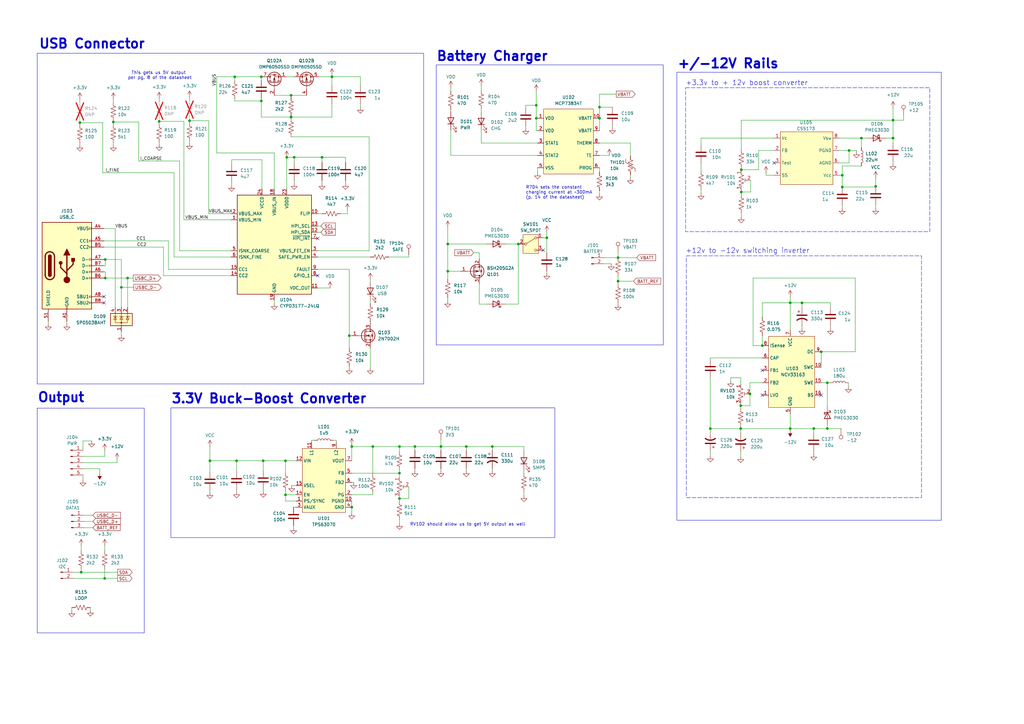
<source format=kicad_sch>
(kicad_sch (version 20231120) (generator "eeschema") (generator_version "8.0")
  (paper "A3")
  (title_block (title "USB-C/Battery Synth PSU") (rev "5") (company "Hayden Setlik"))
  (junction (at 170.18 183.134))
  (junction (at 49.784 117.856))
  (junction (at 336.804 144.272))
  (junction (at 304.038 78.74))
  (junction (at 97.028 188.976))
  (junction (at 43.18 114.046))
  (junction (at 307.594 161.544))
  (junction (at 328.93 124.206))
  (junction (at 32.766 50.292))
  (junction (at 245.872 43.942))
  (junction (at 201.93 183.134))
  (junction (at 96.266 31.496))
  (junction (at 253.492 115.316))
  (junction (at 144.272 208.026))
  (junction (at 163.83 204.47))
  (junction (at 77.724 49.53))
  (junction (at 107.188 41.402))
  (junction (at 212.598 100.076))
  (junction (at 224.282 97.536))
  (junction (at 303.784 175.768))
  (junction (at 152.908 183.134))
  (junction (at 46.482 50.038))
  (junction (at 339.344 175.768))
  (junction (at 345.44 71.882))
  (junction (at 143.256 137.668))
  (junction (at 136.144 31.496))
  (junction (at 333.756 175.768))
  (junction (at 117.094 202.946))
  (junction (at 33.274 234.696))
  (junction (at 117.602 64.516))
  (junction (at 119.38 48.006))
  (junction (at 52.324 114.046))
  (junction (at 359.156 76.454))
  (junction (at 119.38 39.116))
  (junction (at 163.83 194.056))
  (junction (at 117.094 188.976))
  (junction (at 339.344 156.972))
  (junction (at 366.268 49.276))
  (junction (at 366.268 56.642))
  (junction (at 348.234 61.722))
  (junction (at 303.784 166.37))
  (junction (at 107.95 188.976))
  (junction (at 312.674 141.732))
  (junction (at 163.83 183.134))
  (junction (at 304.038 69.596))
  (junction (at 353.314 56.642))
  (junction (at 291.338 175.768))
  (junction (at 324.104 124.206))
  (junction (at 43.18 106.426))
  (junction (at 245.872 48.514))
  (junction (at 86.106 188.976))
  (junction (at 65.278 49.784))
  (junction (at 253.492 105.664))
  (junction (at 324.104 175.768))
  (junction (at 183.642 111.252))
  (junction (at 219.964 48.514))
  (junction (at 345.44 76.708))
  (junction (at 42.926 237.236))
  (junction (at 183.642 100.076))
  (junction (at 219.964 43.18))
  (junction (at 107.188 31.496))
  (junction (at 120.65 64.516))
  (junction (at 191.262 183.134))
  (junction (at 180.848 183.134))
  (junction (at 132.08 64.516))
  (junction (at 144.272 183.134))
  (no_connect (at 222.758 102.616))
  (no_connect (at 42.672 121.666))
  (no_connect (at 312.674 151.892))
  (no_connect (at 42.672 124.206))
  (no_connect (at 336.804 162.052))
  (no_connect (at 130.302 113.03))
  (no_connect (at 312.674 162.052))
  (no_connect (at 317.5 66.802))
  (no_connect (at 130.302 97.79))
  (wire (pts (xy 163.83 203.454) (xy 163.83 204.47)))
  (wire (pts (xy 201.93 184.658) (xy 201.93 183.134)))
  (wire (pts (xy 304.038 78.74) (xy 304.038 79.756)))
  (wire (pts (xy 340.614 124.206) (xy 340.614 125.984)))
  (wire (pts (xy 33.274 223.774) (xy 33.274 225.806)))
  (wire (pts (xy 96.266 41.402) (xy 107.188 41.402)))
  (wire (pts (xy 328.93 124.206) (xy 340.614 124.206)))
  (wire (pts (xy 47.244 93.726) (xy 47.244 125.984)))
  (wire (pts (xy 212.598 100.076) (xy 212.598 124.714)))
  (wire (pts (xy 163.83 192.786) (xy 163.83 194.056)))
  (wire (pts (xy 130.302 92.71) (xy 131.572 92.71)))
  (wire (pts (xy 215.646 51.816) (xy 215.646 52.578)))
  (wire (pts (xy 32.766 50.292) (xy 32.766 51.054)))
  (wire (pts (xy 212.598 124.714) (xy 207.264 124.714)))
  (wire (pts (xy 339.344 156.972) (xy 340.36 156.972)))
  (wire (pts (xy 112.522 77.47) (xy 112.522 62.738)))
  (wire (pts (xy 86.106 183.134) (xy 86.106 188.976)))
  (wire (pts (xy 324.104 124.206) (xy 324.104 135.382)))
  (wire (pts (xy 119.38 47.498) (xy 119.38 48.006)))
  (wire (pts (xy 345.44 76.708) (xy 345.44 71.882)))
  (wire (pts (xy 299.72 154.94) (xy 299.72 156.21)))
  (wire (pts (xy 304.038 49.276) (xy 366.268 49.276)))
  (wire (pts (xy 339.344 175.768) (xy 333.756 175.768)))
  (wire (pts (xy 96.266 40.64) (xy 96.266 41.402)))
  (wire (pts (xy 344.17 56.642) (xy 353.314 56.642)))
  (wire (pts (xy 32.766 50.292) (xy 42.164 50.292)))
  (wire (pts (xy 183.642 122.174) (xy 183.642 123.444)))
  (wire (pts (xy 287.528 67.056) (xy 287.528 70.104)))
  (wire (pts (xy 42.164 70.866) (xy 71.374 70.866)))
  (wire (pts (xy 353.314 56.642) (xy 355.6 56.642)))
  (wire (pts (xy 340.614 133.604) (xy 340.614 134.62)))
  (wire (pts (xy 314.198 70.866) (xy 314.198 71.882)))
  (wire (pts (xy 112.522 39.116) (xy 119.38 39.116)))
  (wire (pts (xy 77.724 57.912) (xy 77.724 58.674)))
  (wire (pts (xy 215.646 44.196) (xy 215.646 43.18)))
  (wire (pts (xy 222.758 97.536) (xy 224.282 97.536)))
  (wire (pts (xy 253.492 105.664) (xy 261.112 105.664)))
  (wire (pts (xy 353.314 68.072) (xy 345.44 68.072)))
  (wire (pts (xy 144.272 205.486) (xy 144.272 208.026)))
  (wire (pts (xy 34.29 213.868) (xy 38.1 213.868)))
  (wire (pts (xy 291.338 147.32) (xy 291.338 146.812)))
  (wire (pts (xy 245.872 43.942) (xy 251.206 43.942)))
  (wire (pts (xy 147.828 35.052) (xy 147.828 31.496)))
  (wire (pts (xy 67.056 113.03) (xy 67.056 101.346)))
  (wire (pts (xy 344.17 71.882) (xy 345.44 71.882)))
  (wire (pts (xy 52.324 125.984) (xy 52.324 114.046)))
  (wire (pts (xy 207.264 100.076) (xy 212.598 100.076)))
  (wire (pts (xy 37.084 249.174) (xy 37.084 250.19)))
  (wire (pts (xy 197.358 35.052) (xy 197.358 37.084)))
  (wire (pts (xy 307.848 73.914) (xy 307.848 78.74)))
  (wire (pts (xy 170.18 183.134) (xy 163.83 183.134)))
  (wire (pts (xy 324.104 175.768) (xy 324.104 176.53)))
  (wire (pts (xy 32.766 58.674) (xy 32.766 59.436)))
  (wire (pts (xy 97.028 188.976) (xy 107.95 188.976)))
  (wire (pts (xy 143.256 150.368) (xy 143.256 150.876)))
  (wire (pts (xy 312.674 130.048) (xy 312.674 124.206)))
  (wire (pts (xy 184.912 53.34) (xy 184.912 63.754)))
  (wire (pts (xy 183.642 100.076) (xy 199.644 100.076)))
  (wire (pts (xy 136.652 180.594) (xy 137.922 180.594)))
  (wire (pts (xy 43.18 114.046) (xy 42.672 114.046)))
  (wire (pts (xy 214.884 201.676) (xy 214.884 203.2)))
  (wire (pts (xy 253.492 124.206) (xy 253.492 124.714)))
  (wire (pts (xy 77.724 49.53) (xy 77.724 50.292)))
  (wire (pts (xy 366.268 49.276) (xy 366.268 56.642)))
  (wire (pts (xy 258.572 71.628) (xy 258.572 72.898)))
  (wire (pts (xy 312.674 156.972) (xy 307.594 156.972)))
  (wire (pts (xy 73.66 102.87) (xy 73.66 66.04)))
  (wire (pts (xy 370.586 49.276) (xy 366.268 49.276)))
  (wire (pts (xy 247.65 108.204) (xy 250.698 108.204)))
  (wire (pts (xy 152.908 183.134) (xy 144.272 183.134)))
  (wire (pts (xy 27.432 131.826) (xy 27.432 132.842)))
  (wire (pts (xy 119.38 48.006) (xy 119.38 48.514)))
  (wire (pts (xy 42.672 106.426) (xy 43.18 106.426)))
  (wire (pts (xy 65.278 49.784) (xy 65.278 50.8)))
  (wire (pts (xy 151.892 123.19) (xy 151.892 124.46)))
  (wire (pts (xy 32.766 49.53) (xy 32.766 50.292)))
  (wire (pts (xy 339.344 166.624) (xy 339.344 156.972)))
  (wire (pts (xy 180.848 192.278) (xy 180.848 193.04)))
  (wire (pts (xy 46.482 58.674) (xy 46.482 59.436)))
  (wire (pts (xy 49.784 117.856) (xy 49.784 106.426)))
  (wire (pts (xy 245.872 78.232) (xy 245.872 79.502)))
  (wire (pts (xy 107.188 31.496) (xy 107.442 31.496)))
  (wire (pts (xy 96.266 31.496) (xy 107.188 31.496)))
  (wire (pts (xy 291.338 175.768) (xy 303.784 175.768)))
  (wire (pts (xy 127.762 180.594) (xy 127.762 181.356)))
  (wire (pts (xy 307.594 166.37) (xy 303.784 166.37)))
  (wire (pts (xy 251.206 51.562) (xy 251.206 52.324)))
  (wire (pts (xy 85.598 49.53) (xy 77.724 49.53)))
  (wire (pts (xy 304.038 68.834) (xy 304.038 69.596)))
  (wire (pts (xy 52.324 114.046) (xy 43.18 114.046)))
  (wire (pts (xy 42.672 93.726) (xy 47.244 93.726)))
  (wire (pts (xy 196.596 124.714) (xy 199.644 124.714)))
  (wire (pts (xy 142.494 87.63) (xy 142.494 86.106)))
  (wire (pts (xy 291.338 146.812) (xy 312.674 146.812)))
  (wire (pts (xy 151.892 114.554) (xy 151.892 115.57)))
  (wire (pts (xy 163.83 185.166) (xy 163.83 183.134)))
  (wire (pts (xy 304.038 69.596) (xy 304.038 70.104)))
  (wire (pts (xy 34.036 184.658) (xy 34.036 180.848)))
  (wire (pts (xy 307.594 156.972) (xy 307.594 161.544)))
  (wire (pts (xy 370.586 47.244) (xy 370.586 49.276)))
  (wire (pts (xy 130.302 118.11) (xy 135.382 118.11)))
  (wire (pts (xy 348.234 61.722) (xy 348.234 66.802)))
  (wire (pts (xy 43.18 106.426) (xy 43.18 108.966)))
  (wire (pts (xy 42.926 187.198) (xy 42.926 184.658)))
  (wire (pts (xy 344.932 175.768) (xy 339.344 175.768)))
  (wire (pts (xy 180.848 183.134) (xy 170.18 183.134)))
  (wire (pts (xy 77.724 39.878) (xy 77.724 41.148)))
  (wire (pts (xy 336.804 144.272) (xy 350.774 144.272)))
  (wire (pts (xy 73.66 66.04) (xy 56.896 66.04)))
  (wire (pts (xy 328.93 126.238) (xy 328.93 124.206)))
  (wire (pts (xy 224.282 97.536) (xy 224.282 103.632)))
  (wire (pts (xy 56.896 66.04) (xy 56.896 50.038)))
  (wire (pts (xy 151.384 102.87) (xy 130.302 102.87)))
  (wire (pts (xy 170.18 192.278) (xy 170.18 193.04)))
  (wire (pts (xy 32.766 40.64) (xy 32.766 41.91)))
  (wire (pts (xy 303.784 175.768) (xy 324.104 175.768)))
  (wire (pts (xy 304.038 87.376) (xy 304.038 88.9)))
  (wire (pts (xy 121.412 205.486) (xy 117.094 205.486)))
  (wire (pts (xy 344.17 61.722) (xy 348.234 61.722)))
  (wire (pts (xy 19.812 131.826) (xy 19.812 132.842)))
  (wire (pts (xy 245.872 68.834) (xy 245.872 70.612)))
  (wire (pts (xy 67.056 101.346) (xy 42.672 101.346)))
  (wire (pts (xy 42.926 237.236) (xy 48.26 237.236)))
  (wire (pts (xy 224.282 111.252) (xy 224.282 112.014)))
  (wire (pts (xy 97.028 188.976) (xy 97.028 193.294)))
  (wire (pts (xy 303.784 157.734) (xy 303.784 154.94)))
  (wire (pts (xy 94.996 74.93) (xy 94.996 75.946)))
  (wire (pts (xy 196.596 103.632) (xy 196.596 106.172)))
  (wire (pts (xy 333.756 185.166) (xy 333.756 186.182)))
  (wire (pts (xy 85.598 87.63) (xy 85.598 49.53)))
  (wire (pts (xy 117.094 202.946) (xy 121.412 202.946)))
  (wire (pts (xy 43.18 106.426) (xy 49.784 106.426)))
  (wire (pts (xy 287.528 59.436) (xy 287.528 56.642)))
  (wire (pts (xy 117.602 64.516) (xy 117.602 77.47)))
  (wire (pts (xy 112.522 62.738) (xy 88.9 62.738)))
  (wire (pts (xy 333.756 175.768) (xy 324.104 175.768)))
  (wire (pts (xy 183.642 93.218) (xy 183.642 100.076)))
  (wire (pts (xy 314.198 71.882) (xy 317.5 71.882)))
  (wire (pts (xy 117.094 201.422) (xy 117.094 202.946)))
  (wire (pts (xy 130.302 110.49) (xy 143.256 110.49)))
  (wire (pts (xy 350.774 144.272) (xy 350.774 114.046)))
  (wire (pts (xy 167.64 105.41) (xy 167.64 104.394)))
  (wire (pts (xy 144.272 202.946) (xy 152.908 202.946)))
  (wire (pts (xy 291.338 175.768) (xy 291.338 177.292)))
  (wire (pts (xy 65.278 49.276) (xy 65.278 49.784)))
  (wire (pts (xy 144.272 197.866) (xy 145.034 197.866)))
  (wire (pts (xy 152.908 194.564) (xy 152.908 183.134)))
  (wire (pts (xy 167.64 199.644) (xy 167.64 204.47)))
  (wire (pts (xy 151.384 56.134) (xy 151.384 102.87)))
  (wire (pts (xy 120.396 215.646) (xy 120.396 216.408)))
  (wire (pts (xy 311.15 69.596) (xy 304.038 69.596)))
  (wire (pts (xy 119.38 56.134) (xy 151.384 56.134)))
  (wire (pts (xy 183.642 100.076) (xy 183.642 111.252)))
  (wire (pts (xy 43.18 108.966) (xy 42.672 108.966)))
  (wire (pts (xy 363.22 56.642) (xy 366.268 56.642)))
  (wire (pts (xy 136.144 31.496) (xy 136.144 35.052)))
  (wire (pts (xy 94.996 67.31) (xy 94.996 65.532)))
  (wire (pts (xy 139.7 87.63) (xy 142.494 87.63)))
  (wire (pts (xy 317.5 61.722) (xy 311.15 61.722)))
  (wire (pts (xy 34.29 211.328) (xy 38.1 211.328)))
  (wire (pts (xy 196.596 116.332) (xy 196.596 124.714)))
  (wire (pts (xy 184.912 35.814) (xy 184.912 37.338)))
  (wire (pts (xy 29.972 237.236) (xy 42.926 237.236)))
  (wire (pts (xy 144.272 137.668) (xy 143.256 137.668)))
  (wire (pts (xy 65.278 58.42) (xy 65.278 59.182)))
  (wire (pts (xy 351.282 62.23) (xy 351.282 61.722)))
  (wire (pts (xy 353.314 56.642) (xy 353.314 60.452)))
  (wire (pts (xy 46.482 49.53) (xy 46.482 50.038)))
  (wire (pts (xy 130.81 31.496) (xy 136.144 31.496)))
  (wire (pts (xy 245.872 43.942) (xy 245.872 48.514)))
  (wire (pts (xy 291.338 184.912) (xy 291.338 186.944)))
  (wire (pts (xy 167.64 204.47) (xy 163.83 204.47)))
  (wire (pts (xy 359.156 76.454) (xy 359.156 76.708)))
  (wire (pts (xy 94.742 113.03) (xy 67.056 113.03)))
  (wire (pts (xy 191.262 183.134) (xy 180.848 183.134)))
  (wire (pts (xy 107.188 31.496) (xy 107.188 32.766)))
  (wire (pts (xy 308.864 114.046) (xy 308.864 141.732)))
  (wire (pts (xy 253.492 115.316) (xy 253.492 116.586)))
  (wire (pts (xy 86.106 188.976) (xy 86.106 193.548)))
  (wire (pts (xy 141.732 66.548) (xy 141.732 64.516)))
  (wire (pts (xy 201.93 183.134) (xy 191.262 183.134)))
  (wire (pts (xy 137.922 180.594) (xy 137.922 181.356)))
  (wire (pts (xy 94.742 87.63) (xy 85.598 87.63)))
  (wire (pts (xy 43.18 111.506) (xy 42.672 111.506)))
  (wire (pts (xy 194.31 103.632) (xy 196.596 103.632)))
  (wire (pts (xy 107.442 65.532) (xy 107.442 77.47)))
  (wire (pts (xy 184.912 63.754) (xy 220.472 63.754)))
  (wire (pts (xy 308.864 141.732) (xy 312.674 141.732)))
  (wire (pts (xy 88.9 31.496) (xy 88.9 62.738)))
  (wire (pts (xy 33.274 234.696) (xy 48.26 234.696)))
  (wire (pts (xy 159.512 105.41) (xy 167.64 105.41)))
  (wire (pts (xy 245.872 48.514) (xy 245.872 53.594)))
  (wire (pts (xy 69.088 110.49) (xy 69.088 98.806)))
  (wire (pts (xy 144.272 182.372) (xy 144.272 183.134)))
  (wire (pts (xy 94.742 102.87) (xy 73.66 102.87)))
  (wire (pts (xy 197.358 53.594) (xy 197.358 58.674)))
  (wire (pts (xy 107.188 48.006) (xy 107.188 41.402)))
  (wire (pts (xy 48.006 189.738) (xy 48.006 188.468)))
  (wire (pts (xy 117.094 188.976) (xy 121.412 188.976)))
  (wire (pts (xy 130.302 87.63) (xy 132.08 87.63)))
  (wire (pts (xy 312.674 137.668) (xy 312.674 141.732)))
  (wire (pts (xy 170.18 184.658) (xy 170.18 183.134)))
  (wire (pts (xy 324.104 169.672) (xy 324.104 175.768)))
  (wire (pts (xy 117.094 188.976) (xy 117.094 193.802)))
  (wire (pts (xy 258.572 58.674) (xy 258.572 64.008)))
  (wire (pts (xy 163.83 194.056) (xy 163.83 195.834)))
  (wire (pts (xy 253.492 115.316) (xy 259.842 115.316)))
  (wire (pts (xy 56.896 50.038) (xy 46.482 50.038)))
  (wire (pts (xy 54.61 114.046) (xy 52.324 114.046)))
  (wire (pts (xy 303.784 185.166) (xy 303.784 187.198)))
  (wire (pts (xy 46.482 40.64) (xy 46.482 41.91)))
  (wire (pts (xy 350.774 114.046) (xy 308.864 114.046)))
  (wire (pts (xy 253.492 103.378) (xy 253.492 105.664)))
  (wire (pts (xy 43.18 111.506) (xy 43.18 114.046)))
  (wire (pts (xy 143.256 137.668) (xy 143.256 142.748)))
  (wire (pts (xy 96.266 31.496) (xy 96.266 33.02)))
  (wire (pts (xy 247.65 105.664) (xy 253.492 105.664)))
  (wire (pts (xy 151.892 105.41) (xy 130.302 105.41)))
  (wire (pts (xy 348.234 66.802) (xy 344.17 66.802)))
  (wire (pts (xy 132.08 64.516) (xy 132.08 66.548)))
  (wire (pts (xy 224.282 95.25) (xy 224.282 97.536)))
  (wire (pts (xy 119.38 48.006) (xy 107.188 48.006)))
  (wire (pts (xy 214.884 183.134) (xy 201.93 183.134)))
  (wire (pts (xy 97.028 200.914) (xy 97.028 201.676)))
  (wire (pts (xy 29.972 234.696) (xy 33.274 234.696)))
  (wire (pts (xy 119.38 39.116) (xy 125.73 39.116)))
  (wire (pts (xy 75.438 49.784) (xy 65.278 49.784)))
  (wire (pts (xy 324.104 121.666) (xy 324.104 124.206)))
  (wire (pts (xy 49.784 117.856) (xy 54.864 117.856)))
  (wire (pts (xy 245.872 63.754) (xy 249.936 63.754)))
  (wire (pts (xy 107.95 200.66) (xy 107.95 201.422)))
  (wire (pts (xy 197.358 44.704) (xy 197.358 45.974)))
  (wire (pts (xy 347.98 156.972) (xy 347.98 158.496)))
  (wire (pts (xy 119.634 199.136) (xy 121.412 199.136)))
  (wire (pts (xy 345.44 76.708) (xy 359.156 76.708)))
  (wire (pts (xy 112.522 123.19) (xy 112.522 124.46)))
  (wire (pts (xy 188.976 111.252) (xy 183.642 111.252)))
  (wire (pts (xy 129.032 180.594) (xy 127.762 180.594)))
  (wire (pts (xy 33.274 233.426) (xy 33.274 234.696)))
  (wire (pts (xy 339.344 174.244) (xy 339.344 175.768)))
  (wire (pts (xy 130.302 95.25) (xy 131.572 95.25)))
  (wire (pts (xy 303.784 154.94) (xy 299.72 154.94)))
  (wire (pts (xy 184.912 44.958) (xy 184.912 45.72)))
  (wire (pts (xy 252.73 38.608) (xy 245.872 38.608)))
  (wire (pts (xy 94.996 65.532) (xy 107.442 65.532)))
  (wire (pts (xy 86.106 201.168) (xy 86.106 201.93)))
  (wire (pts (xy 120.396 208.026) (xy 121.412 208.026)))
  (wire (pts (xy 71.374 105.41) (xy 94.742 105.41)))
  (wire (pts (xy 141.732 74.168) (xy 141.732 75.184)))
  (wire (pts (xy 197.358 58.674) (xy 220.472 58.674)))
  (wire (pts (xy 191.262 192.278) (xy 191.262 193.04)))
  (wire (pts (xy 180.848 184.658) (xy 180.848 183.134)))
  (wire (pts (xy 147.828 31.496) (xy 136.144 31.496)))
  (wire (pts (xy 345.44 84.328) (xy 345.44 85.344)))
  (wire (pts (xy 312.674 124.206) (xy 324.104 124.206)))
  (wire (pts (xy 151.892 132.08) (xy 151.892 132.588)))
  (wire (pts (xy 219.964 53.594) (xy 220.472 53.594)))
  (wire (pts (xy 351.282 61.722) (xy 348.234 61.722)))
  (wire (pts (xy 291.338 154.94) (xy 291.338 175.768)))
  (wire (pts (xy 152.908 202.946) (xy 152.908 202.184)))
  (wire (pts (xy 215.646 43.18) (xy 219.964 43.18)))
  (wire (pts (xy 69.088 98.806) (xy 42.672 98.806)))
  (wire (pts (xy 136.144 42.672) (xy 136.144 48.006)))
  (wire (pts (xy 136.144 30.734) (xy 136.144 31.496)))
  (wire (pts (xy 345.44 68.072) (xy 345.44 71.882)))
  (wire (pts (xy 120.65 64.516) (xy 120.65 66.548)))
  (wire (pts (xy 220.472 68.834) (xy 220.472 70.866)))
  (wire (pts (xy 49.784 125.984) (xy 49.784 117.856)))
  (wire (pts (xy 307.848 78.74) (xy 304.038 78.74)))
  (wire (pts (xy 303.784 175.006) (xy 303.784 175.768)))
  (wire (pts (xy 34.036 194.818) (xy 34.036 196.85)))
  (wire (pts (xy 245.872 38.608) (xy 245.872 43.942)))
  (wire (pts (xy 214.884 194.056) (xy 214.884 192.786)))
  (wire (pts (xy 333.756 175.768) (xy 333.756 177.546)))
  (wire (pts (xy 219.964 37.338) (xy 219.964 43.18)))
  (wire (pts (xy 88.9 31.496) (xy 96.266 31.496)))
  (wire (pts (xy 163.83 183.134) (xy 152.908 183.134)))
  (wire (pts (xy 303.784 166.37) (xy 303.784 167.386)))
  (wire (pts (xy 253.492 113.284) (xy 253.492 115.316)))
  (wire (pts (xy 42.926 233.426) (xy 42.926 237.236)))
  (wire (pts (xy 303.784 175.768) (xy 303.784 177.546)))
  (wire (pts (xy 144.272 194.056) (xy 163.83 194.056)))
  (wire (pts (xy 219.964 48.514) (xy 219.964 53.594)))
  (wire (pts (xy 77.724 48.768) (xy 77.724 49.53)))
  (wire (pts (xy 117.602 31.496) (xy 120.65 31.496)))
  (wire (pts (xy 151.892 142.748) (xy 151.892 150.876)))
  (wire (pts (xy 366.268 66.294) (xy 366.268 67.056)))
  (wire (pts (xy 34.036 189.738) (xy 48.006 189.738)))
  (wire (pts (xy 336.804 144.272) (xy 336.804 150.622)))
  (wire (pts (xy 144.272 208.026) (xy 144.272 210.312)))
  (wire (pts (xy 34.036 180.848) (xy 37.592 180.848)))
  (wire (pts (xy 245.872 58.674) (xy 258.572 58.674)))
  (wire (pts (xy 132.08 74.168) (xy 132.08 75.184)))
  (wire (pts (xy 339.344 156.972) (xy 336.804 156.972)))
  (wire (pts (xy 219.964 48.514) (xy 220.472 48.514)))
  (wire (pts (xy 34.036 187.198) (xy 42.926 187.198)))
  (wire (pts (xy 75.438 49.784) (xy 75.438 90.17)))
  (wire (pts (xy 191.262 184.658) (xy 191.262 183.134)))
  (wire (pts (xy 303.784 165.354) (xy 303.784 166.37)))
  (wire (pts (xy 141.732 64.516) (xy 132.08 64.516)))
  (wire (pts (xy 117.094 202.946) (xy 117.094 205.486)))
  (wire (pts (xy 42.926 223.774) (xy 42.926 225.806)))
  (wire (pts (xy 86.106 188.976) (xy 97.028 188.976)))
  (wire (pts (xy 287.528 56.642) (xy 317.5 56.642)))
  (wire (pts (xy 359.156 84.074) (xy 359.156 85.344)))
  (wire (pts (xy 107.95 188.976) (xy 107.95 193.04)))
  (wire (pts (xy 147.828 42.672) (xy 147.828 43.942)))
  (wire (pts (xy 366.268 56.642) (xy 366.268 58.674)))
  (wire (pts (xy 201.93 192.278) (xy 201.93 193.04)))
  (wire (pts (xy 40.894 192.278) (xy 40.894 194.056)))
  (wire (pts (xy 132.08 64.516) (xy 120.65 64.516)))
  (wire (pts (xy 144.272 183.134) (xy 144.272 188.976)))
  (wire (pts (xy 163.83 213.106) (xy 163.83 214.63)))
  (wire (pts (xy 65.278 40.386) (xy 65.278 41.656)))
  (wire (pts (xy 75.438 90.17) (xy 94.742 90.17)))
  (wire (pts (xy 366.268 44.196) (xy 366.268 49.276)))
  (wire (pts (xy 359.156 72.898) (xy 359.156 76.454)))
  (wire (pts (xy 328.93 133.858) (xy 328.93 134.62)))
  (wire (pts (xy 219.964 43.18) (xy 219.964 48.514)))
  (wire (pts (xy 324.104 124.206) (xy 328.93 124.206)))
  (wire (pts (xy 71.374 70.866) (xy 71.374 105.41)))
  (wire (pts (xy 136.144 48.006) (xy 119.38 48.006)))
  (wire (pts (xy 94.742 110.49) (xy 69.088 110.49)))
  (wire (pts (xy 143.256 110.49) (xy 143.256 137.668)))
  (wire (pts (xy 183.642 111.252) (xy 183.642 114.554)))
  (wire (pts (xy 42.164 50.292) (xy 42.164 70.866)))
  (wire (pts (xy 46.482 50.038) (xy 46.482 51.054)))
  (wire (pts (xy 120.65 64.516) (xy 117.602 64.516)))
  (wire (pts (xy 180.848 180.34) (xy 180.848 183.134)))
  (wire (pts (xy 119.38 39.116) (xy 119.38 39.878)))
  (wire (pts (xy 311.15 61.722) (xy 311.15 69.596)))
  (wire (pts (xy 34.036 192.278) (xy 40.894 192.278)))
  (wire (pts (xy 287.528 77.724) (xy 287.528 79.248)))
  (wire (pts (xy 307.594 161.544) (xy 307.594 166.37)))
  (wire (pts (xy 304.038 77.724) (xy 304.038 78.74)))
  (wire (pts (xy 214.884 185.166) (xy 214.884 183.134)))
  (wire (pts (xy 344.932 176.022) (xy 344.932 175.768)))
  (wire (pts (xy 49.784 136.144) (xy 49.784 137.414)))
  (wire (pts (xy 120.65 74.168) (xy 120.65 75.184)))
  (wire (pts (xy 163.83 204.47) (xy 163.83 205.486)))
  (wire (pts (xy 304.038 61.214) (xy 304.038 49.276)))
  (wire (pts (xy 107.188 41.402) (xy 107.188 40.386)))
  (wire (pts (xy 34.29 216.408) (xy 38.1 216.408)))
  (wire (pts (xy 107.95 188.976) (xy 117.094 188.976)))
  (wire (pts (xy 29.464 249.174) (xy 29.464 250.444)))
  (rectangle (start 277.622 29.6418) (end 386.08 213.36))
  (rectangle (start 281.178 35.9918) (end 381.381 94.996) (stroke (width 0) (type dash)))
  (rectangle (start 281.5082 104.9528) (end 377.952 204.089) (stroke (width 0) (type dash)))
  (rectangle (start 15.24 21.844) (end 173.736 157.48))
  (rectangle (start 15.24 167.386) (end 59.182 259.588))
  (rectangle (start 178.8922 26.6192) (end 272.034 141.478))
  (rectangle (start 70.104 167.2844) (end 227.584 220.472))
  (text "This gets us 5V output \nper pg. 8 of the datasheet" (at 65.532 30.988 0) (effects (font (size 1.27 1.27))))
  (text "3.3V Buck-Boost Converter" (at 70.104 165.862 0) (effects (font (size 3.81 3.81) (thickness 0.762) (bold yes)) (justify left bottom)))
  (text "RV102 should allow us to get 5V output as well" (at 168.148 215.138 0) (effects (font (size 1.27 1.27)) (justify left)))
  (text "R704 sets the constant\ncharging current at ~300mA\n(p. 14 of the datasheet)" (at 215.646 81.788 0) (effects (font (size 1.27 1.27)) (justify left bottom)))
  (text "Output" (at 15.24 165.354 0) (effects (font (size 3.81 3.81) (thickness 0.762) (bold yes)) (justify left bottom)))
  (text "Battery Charger" (at 178.816 25.4 0) (effects (font (size 3.81 3.81) (thickness 0.762) (bold yes)) (justify left bottom)))
  (text "USB Connector" (at 15.748 20.32 0) (effects (font (size 3.81 3.81) (thickness 0.762) (bold yes)) (justify left bottom)))
  (text "+12v to -12v switching inverter" (at 281.178 104.14 0) (effects (font (size 2.032 2.032)) (justify left bottom)))
  (text "+3.3v to + 12v boost converter" (at 281.178 35.306 0) (effects (font (size 2.032 2.032)) (justify left bottom)))
  (text "+/-12V Rails" (at 277.622 28.448 0) (effects (font (size 3.81 3.81) (thickness 0.762) (bold yes)) (justify left bottom)))
  (label "VBUS_MAX" (at 85.598 87.63 0))
  (label "VBUS" (at 47.244 93.726 0))
  (label "CC2" (at 56.134 101.346 0))
  (label "CC1" (at 55.88 98.806 0))
  (label "VBUS_MIN" (at 75.946 90.17 0))
  (label "VBUS" (at 88.9 35.306 90))
  (label "I_COARSE" (at 57.404 66.04 0))
  (label "I_FINE" (at 43.18 70.866 0))
  (global_label "VBATT" (shape output) (at 252.73 38.608 0) (property "Intersheetrefs" "${INTERSHEET_REFS}" (effects (hide yes))))
  (global_label "SCL" (shape output) (at 48.26 237.236 0) (property "Intersheetrefs" "${INTERSHEET_REFS}" (effects (hide yes))))
  (global_label "USBC_D-" (shape input) (at 38.1 211.328 0) (property "Intersheetrefs" "${INTERSHEET_REFS}" (effects (hide yes))))
  (global_label "BATT_REF" (shape input) (at 259.842 115.316 0) (property "Intersheetrefs" "${INTERSHEET_REFS}" (effects (hide yes))))
  (global_label "VBATT" (shape input) (at 194.31 103.632 180) (property "Intersheetrefs" "${INTERSHEET_REFS}" (effects (hide yes))))
  (global_label "BATT_REF" (shape input) (at 38.1 216.408 0) (property "Intersheetrefs" "${INTERSHEET_REFS}" (effects (hide yes))))
  (global_label "USBC_D+" (shape input) (at 38.1 213.868 0) (property "Intersheetrefs" "${INTERSHEET_REFS}" (effects (hide yes))))
  (global_label "VBATT" (shape input) (at 261.112 105.664 0) (property "Intersheetrefs" "${INTERSHEET_REFS}" (effects (hide yes))))
  (global_label "USBC_D+" (shape output) (at 54.61 114.046 0) (property "Intersheetrefs" "${INTERSHEET_REFS}" (effects (hide yes))))
  (global_label "SDA" (shape output) (at 48.26 234.696 0) (property "Intersheetrefs" "${INTERSHEET_REFS}" (effects (hide yes))))
  (global_label "SCL" (shape input) (at 131.572 92.71 0) (property "Intersheetrefs" "${INTERSHEET_REFS}" (effects (hide yes))))
  (global_label "SDA" (shape input) (at 131.572 95.25 0) (property "Intersheetrefs" "${INTERSHEET_REFS}" (effects (hide yes))))
  (global_label "USBC_D-" (shape output) (at 54.864 117.856 0) (property "Intersheetrefs" "${INTERSHEET_REFS}" (effects (hide yes))))
  (symbol (lib_id "power:GND") (at 347.98 158.496 0) (unit 1)
    (property "Reference" "#PWR0135" (effects (hide yes)))
    (property "Value" "GND" (effects (hide yes)))
  )
  (symbol (lib_id "Device:R_US") (at 163.83 188.976 0) (unit 1)
    (property "Reference" "R105" (at 157.734 187.706 0) (effects (justify left)))
    (property "Value" "47k" (at 157.734 190.246 0) (effects (justify left)))
    (property "Footprint" "Resistor_SMD:R_0805_2012Metric" (effects (hide yes)))
  )
  (symbol (lib_id "power:GND") (at 119.634 199.136 0) (unit 1)
    (property "Reference" "#PWR0101" (effects (hide yes)))
    (property "Value" "GND" (effects (hide yes)))
  )
  (symbol (lib_id "Device:R_Potentiometer_Trim_US") (at 304.038 73.914 0) (unit 1)
    (property "Reference" "RV101" (at 301.752 72.6439 0) (effects (justify right)))
    (property "Value" "10k" (at 301.752 75.1839 0) (effects (justify right)))
    (property "Footprint" "Potentiometer_THT:Potentiometer_Bourns_3296W_Vertical" (effects (hide yes)))
    (property "Description" "Trim-potentiometer, US symbol" (effects (hide yes)))
  )
  (symbol (lib_id "Device:L") (at 353.314 64.262 0) (unit 1)
    (property "Reference" "L102" (at 354.965 62.992 0) (effects (justify left)))
    (property "Value" "22uH" (at 354.965 65.532 0) (effects (justify left)))
    (property "Footprint" "Inductor_SMD:L_Changjiang_FNR4010S" (effects (hide yes)))
  )
  (symbol (lib_id "Battery_Management:MCP73834T") (at 238.252 65.024 0) (unit 1)
    (property "Reference" "U102" (at 233.172 39.878 0))
    (property "Value" "MCP73834T" (at 233.172 42.418 0))
    (property "Footprint" "Package_SO:MSOP-10_3x3mm_P0.5mm" (effects (hide yes)))
  )
  (symbol (lib_id "Device:R_US") (at 96.266 36.83 0) (unit 1)
    (property "Reference" "R126" (at 89.662 35.306 0) (effects (justify left)))
    (property "Value" "22k" (at 89.662 37.846 0) (effects (justify left)))
    (property "Footprint" "Resistor_SMD:R_0805_2012Metric" (effects (hide yes)))
    (property "Description" "Resistor, US symbol" (effects (hide yes)))
  )
  (symbol (lib_id "Device:C_Polarized_US") (at 328.93 130.048 0) (unit 1)
    (property "Reference" "C113" (at 332.486 128.1429 0) (effects (justify left)))
    (property "Value" "330u" (at 332.486 130.6829 0) (effects (justify left)))
    (property "Footprint" "Capacitor_THT:CP_Radial_D5.0mm_P2.50mm" (effects (hide yes)))
    (property "Description" "Polarized capacitor, US symbol" (effects (hide yes)))
  )
  (symbol (lib_id "Device:R_US") (at 253.492 120.396 0) (unit 1)
    (property "Reference" "R108" (at 255.397 119.126 0) (effects (justify left)))
    (property "Value" "100k" (at 255.397 121.666 0) (effects (justify left)))
    (property "Footprint" "Resistor_SMD:R_0805_2012Metric" (effects (hide yes)))
  )
  (symbol (lib_id "Device:R_US") (at 42.926 229.616 0) (unit 1)
    (property "Reference" "R133" (at 45.466 228.3459 0) (effects (justify left)))
    (property "Value" "2k2" (at 45.466 230.8859 0) (effects (justify left)))
    (property "Footprint" "Resistor_SMD:R_0805_2012Metric" (effects (hide yes)))
  )
  (symbol (lib_id "Device:LED") (at 214.884 188.976 90) (unit 1)
    (property "Reference" "D108" (at 218.44 189.2934 90) (effects (justify right)))
    (property "Value" "SMPS" (at 218.44 191.8334 90) (effects (justify right)))
    (property "Footprint" "LED_THT:LED_D3.0mm" (effects (hide yes)))
  )
  (symbol (lib_id "Device:C") (at 132.08 70.358 0) (mirror y) (unit 1)
    (property "Reference" "C119" (at 134.366 69.088 0) (effects (justify right)))
    (property "Value" "100n" (at 134.366 71.628 0) (effects (justify right)))
    (property "Footprint" "Capacitor_SMD:C_0805_2012Metric" (effects (hide yes)))
  )
  (symbol (lib_id "power:GND") (at 201.93 193.04 0) (mirror y) (unit 1)
    (property "Reference" "#PWR0122" (effects (hide yes)))
    (property "Value" "GND" (effects (hide yes)))
  )
  (symbol (lib_id "Device:C_Polarized_US") (at 303.784 181.356 180) (unit 1)
    (property "Reference" "C125" (at 307.848 180.7209 0) (effects (justify right)))
    (property "Value" "220u" (at 307.848 183.2609 0) (effects (justify right)))
    (property "Footprint" "Capacitor_THT:CP_Radial_D5.0mm_P2.50mm" (effects (hide yes)))
    (property "Description" "Polarized capacitor, US symbol" (effects (hide yes)))
  )
  (symbol (lib_id "power:GND") (at 351.282 62.23 0) (unit 1)
    (property "Reference" "#PWR0140" (effects (hide yes)))
    (property "Value" "GND" (effects (hide yes)))
  )
  (symbol (lib_id "power:GND") (at 359.156 85.344 0) (mirror y) (unit 1)
    (property "Reference" "#PWR0142" (effects (hide yes)))
    (property "Value" "GND" (effects (hide yes)))
  )
  (symbol (lib_id "Connector:Conn_01x02_Pin") (at 24.892 234.696 0) (unit 1)
    (property "Reference" "J102" (at 25.527 229.87 0))
    (property "Value" "I2C" (at 25.527 232.41 0))
    (property "Footprint" "Connector_PinHeader_2.54mm:PinHeader_1x02_P2.54mm_Vertical" (effects (hide yes)))
    (property "Description" "Generic connector, single row, 01x02, script generated" (effects (hide yes)))
  )
  (symbol (lib_id "Device:C") (at 180.848 188.468 0) (mirror y) (unit 1)
    (property "Reference" "C107" (at 184.15 187.1979 0) (effects (justify right)))
    (property "Value" "22u" (at 184.15 189.7379 0) (effects (justify right)))
    (property "Footprint" "Capacitor_SMD:C_0805_2012Metric" (effects (hide yes)))
    (property "Description" "Unpolarized capacitor" (effects (hide yes)))
  )
  (symbol (lib_id "Device:R_US") (at 312.674 133.858 0) (unit 1)
    (property "Reference" "R116" (at 314.579 132.588 0) (effects (justify left)))
    (property "Value" "0.075" (at 314.579 135.128 0) (effects (justify left)))
    (property "Footprint" "Resistor_SMD:R_0805_2012Metric" (effects (hide yes)))
  )
  (symbol (lib_id "Device:C") (at 136.144 38.862 0) (mirror y) (unit 1)
    (property "Reference" "C122" (at 144.399 37.592 0) (effects (justify left)))
    (property "Value" "100n" (at 144.399 40.132 0) (effects (justify left)))
    (property "Footprint" "Capacitor_SMD:C_0805_2012Metric" (effects (hide yes)))
  )
  (symbol (lib_id "Switch:SW_SPDT") (at 217.678 100.076 0) (unit 1)
    (property "Reference" "SW101" (at 217.678 91.948 0))
    (property "Value" "SW_SPDT" (at 217.678 94.488 0))
    (property "Footprint" "Button_Switch_THT:SW_NKK_B12JH_SPDT" (effects (hide yes)))
    (property "Description" "Switch, single pole double throw" (effects (hide yes)))
  )
  (symbol (lib_id "power:GND") (at 65.278 59.182 0) (unit 1)
    (property "Reference" "#PWR0150" (effects (hide yes)))
    (property "Value" "GND" (effects (hide yes)))
  )
  (symbol (lib_id "Device:C") (at 107.188 36.576 0) (unit 1)
    (property "Reference" "C121" (at 98.933 35.306 0) (effects (justify left)))
    (property "Value" "4u7" (at 98.933 37.846 0) (effects (justify left)))
    (property "Footprint" "Capacitor_SMD:C_0805_2012Metric" (effects (hide yes)))
  )
  (symbol (lib_id "Device:R_US") (at 135.89 87.63 90) (unit 1)
    (property "Reference" "R114" (at 135.89 81.28 90))
    (property "Value" "4k7" (at 135.89 83.82 90))
    (property "Footprint" "Resistor_SMD:R_0805_2012Metric" (effects (hide yes)))
    (property "Description" "Resistor, US symbol" (effects (hide yes)))
  )
  (symbol (lib_id "power:VDD") (at 249.936 63.754 0) (unit 1)
    (property "Reference" "#PWR0123" (effects (hide yes)))
    (property "Value" "VDD" (at 252.73 63.754 0))
  )
  (symbol (lib_id "Device:C") (at 120.396 211.836 0) (unit 1)
    (property "Reference" "C104" (at 117.094 210.5659 0) (effects (justify right)))
    (property "Value" "100n" (at 117.094 213.1059 0) (effects (justify right)))
    (property "Footprint" "Capacitor_SMD:C_0805_2012Metric" (effects (hide yes)))
    (property "Description" "Unpolarized capacitor" (effects (hide yes)))
  )
  (symbol (lib_id "Device:R_Potentiometer_Trim_US") (at 303.784 161.544 0) (unit 1)
    (property "Reference" "RV103" (at 301.498 160.2739 0) (effects (justify right)))
    (property "Value" "10k" (at 301.498 162.8139 0) (effects (justify right)))
    (property "Footprint" "Potentiometer_THT:Potentiometer_Bourns_3296W_Vertical" (effects (hide yes)))
    (property "Description" "Trim-potentiometer, US symbol" (effects (hide yes)))
  )
  (symbol (lib_id "Regulator_Switching:TPS63070") (at 132.842 195.326 0) (unit 1)
    (property "Reference" "U101" (at 132.842 212.598 0))
    (property "Value" "TPS63070" (at 132.842 215.138 0))
    (property "Footprint" "Package_DFN_QFN:TXN_QFN15" (effects (hide yes)))
  )
  (symbol (lib_id "power:GND") (at 19.812 132.842 0) (mirror y) (unit 1)
    (property "Reference" "#PWR0157" (effects (hide yes)))
    (property "Value" "GND" (effects (hide yes)))
  )
  (symbol (lib_id "power:GND") (at 250.698 108.204 0) (unit 1)
    (property "Reference" "#PWR0121" (effects (hide yes)))
    (property "Value" "GND" (effects (hide yes)))
  )
  (symbol (lib_id "Device:C") (at 141.732 70.358 0) (mirror y) (unit 1)
    (property "Reference" "C120" (at 145.288 69.088 0) (effects (justify right)))
    (property "Value" "4u7" (at 145.288 71.628 0) (effects (justify right)))
    (property "Footprint" "Capacitor_SMD:C_0805_2012Metric" (effects (hide yes)))
  )
  (symbol (lib_id "power:GND") (at 253.492 124.714 0) (unit 1)
    (property "Reference" "#PWR0126" (effects (hide yes)))
    (property "Value" "GND" (effects (hide yes)))
  )
  (symbol (lib_id "Device:C") (at 333.756 181.356 0) (mirror y) (unit 1)
    (property "Reference" "C127" (at 342.011 180.086 0) (effects (justify left)))
    (property "Value" "10u" (at 342.011 182.626 0) (effects (justify left)))
    (property "Footprint" "Capacitor_SMD:C_0805_2012Metric" (effects (hide yes)))
  )
  (symbol (lib_id "Device:R_US") (at 77.724 54.102 0) (unit 1)
    (property "Reference" "R121" (at 80.01 52.8319 0) (effects (justify left)))
    (property "Value" "100" (at 80.01 55.3719 0) (effects (justify left)))
    (property "Footprint" "Resistor_SMD:R_0805_2012Metric" (effects (hide yes)))
    (property "Description" "Resistor, US symbol" (effects (hide yes)))
  )
  (symbol (lib_id "power:GND") (at 37.084 250.19 0) (mirror y) (unit 1)
    (property "Reference" "#PWR0169" (effects (hide yes)))
    (property "Value" "GND" (effects (hide yes)))
  )
  (symbol (lib_id "power:GND") (at 224.282 112.014 0) (unit 1)
    (property "Reference" "#PWR0179" (effects (hide yes)))
    (property "Value" "GND" (effects (hide yes)))
  )
  (symbol (lib_id "power:GND") (at 97.028 201.676 0) (unit 1)
    (property "Reference" "#PWR0104" (effects (hide yes)))
    (property "Value" "GND" (effects (hide yes)))
  )
  (symbol (lib_id "Connector:TestPoint") (at 180.848 180.34 0) (unit 1)
    (property "Reference" "TP101" (at 182.626 175.7679 0) (effects (justify left)))
    (property "Value" "3V3" (at 182.626 178.3079 0) (effects (justify left)))
    (property "Footprint" "TestPoint:TestPoint_THTPad_D1.0mm_Drill0.5mm_VAL" (effects (hide yes)))
  )
  (symbol (lib_id "power:GND") (at 94.996 75.946 0) (unit 1)
    (property "Reference" "#PWR0136" (effects (hide yes)))
    (property "Value" "GND" (effects (hide yes)))
  )
  (symbol (lib_id "power:GND") (at 183.642 123.444 0) (unit 1)
    (property "Reference" "#PWR0177" (effects (hide yes)))
    (property "Value" "GND" (effects (hide yes)))
  )
  (symbol (lib_id "power:GND") (at 180.848 193.04 0) (mirror y) (unit 1)
    (property "Reference" "#PWR0116" (effects (hide yes)))
    (property "Value" "GND" (effects (hide yes)))
  )
  (symbol (lib_id "Interface_USB:CYPD3177-24LQ") (at 112.522 100.33 0) (unit 1)
    (property "Reference" "U104" (at 114.7161 122.936 0) (effects (justify left)))
    (property "Value" "CYPD3177-24LQ" (at 114.7161 125.476 0) (effects (justify left)))
    (property "Footprint" "Package_DFN_QFN:QFN-24-1EP_4x4mm_P0.5mm_EP2.75x2.75mm" (effects (hide yes)))
    (property "Datasheet" "https://www.infineon.com/dgdl/Infineon-EZ-PD_BCR_Datasheet_USB_Type-C_Port_Controller_for_Power_Sinks-DataSheet-v03_00-EN.pdf?fileId=8ac78c8c7d0d8da4017d0ee7ce9d70ad" (effects (hide yes)))
    (property "Description" "Stand-alone USB PD controller (with sink Auto-run mode), QFN-24" (effects (hide yes)))
  )
  (symbol (lib_id "power:GND") (at 27.432 132.842 0) (mirror y) (unit 1)
    (property "Reference" "#PWR0158" (effects (hide yes)))
    (property "Value" "GND" (effects (hide yes)))
  )
  (symbol (lib_id "Device:R_US") (at 32.766 45.72 0) (unit 1) (dnp yes)
    (property "Reference" "R124" (at 34.798 44.4499 0) (effects (justify left)))
    (property "Value" "DNP" (at 34.798 46.9899 0) (effects (justify left)))
    (property "Footprint" "Resistor_SMD:R_0805_2012Metric" (effects (hide yes)))
    (property "Description" "Resistor, US symbol" (effects (hide yes)))
  )
  (symbol (lib_id "power:GND") (at 132.08 75.184 0) (unit 1)
    (property "Reference" "#PWR0143" (effects (hide yes)))
    (property "Value" "GND" (effects (hide yes)))
  )
  (symbol (lib_id "power:VDD") (at 135.382 118.11 0) (unit 1)
    (property "Reference" "#PWR0146" (effects (hide yes)))
    (property "Value" "VDD" (at 135.382 113.284 0))
  )
  (symbol (lib_id "power:+3.3V") (at 42.926 184.658 0) (unit 1)
    (property "Reference" "#PWR0163" (effects (hide yes)))
    (property "Value" "+3.3V" (at 42.926 179.959 0))
  )
  (symbol (lib_id "power:VDD") (at 184.912 35.814 0) (unit 1)
    (property "Reference" "#PWR0106" (effects (hide yes)))
    (property "Value" "VDD" (at 184.912 31.496 0))
  )
  (symbol (lib_id "Device:R_US") (at 214.884 197.866 0) (unit 1)
    (property "Reference" "R135" (at 216.789 196.596 0) (effects (justify left)))
    (property "Value" "470" (at 216.789 199.136 0) (effects (justify left)))
    (property "Footprint" "Resistor_SMD:R_0805_2012Metric" (effects (hide yes)))
  )
  (symbol (lib_id "Device:R_US") (at 155.702 105.41 90) (unit 1)
    (property "Reference" "R131" (at 155.702 99.06 90))
    (property "Value" "2k2" (at 155.702 101.6 90))
    (property "Footprint" "Resistor_SMD:R_0805_2012Metric" (effects (hide yes)))
    (property "Description" "Resistor, US symbol" (effects (hide yes)))
  )
  (symbol (lib_id "power:GND") (at 170.18 193.04 0) (mirror y) (unit 1)
    (property "Reference" "#PWR0113" (effects (hide yes)))
    (property "Value" "GND" (effects (hide yes)))
  )
  (symbol (lib_id "Device:C") (at 86.106 197.358 0) (unit 1)
    (property "Reference" "C103" (at 82.804 196.0879 0) (effects (justify right)))
    (property "Value" "10u" (at 82.804 198.6279 0) (effects (justify right)))
    (property "Footprint" "Capacitor_SMD:C_0805_2012Metric" (effects (hide yes)))
    (property "Description" "Unpolarized capacitor" (effects (hide yes)))
  )
  (symbol (lib_id "Device:R_US") (at 184.912 41.148 0) (unit 1)
    (property "Reference" "R101" (at 187.452 39.878 0) (effects (justify left)))
    (property "Value" "470" (at 187.452 42.418 0) (effects (justify left)))
    (property "Footprint" "Resistor_SMD:R_0805_2012Metric" (effects (hide yes)))
  )
  (symbol (lib_id "power:GND") (at 299.72 156.21 0) (unit 1)
    (property "Reference" "#PWR0131" (effects (hide yes)))
    (property "Value" "GND" (effects (hide yes)))
  )
  (symbol (lib_id "power:+12V") (at 366.268 44.196 0) (unit 1)
    (property "Reference" "#PWR0108" (effects (hide yes)))
    (property "Value" "+12V" (at 366.268 38.862 0))
  )
  (symbol (lib_id "Transistor_FET:DMP6050SSD") (at 125.73 34.036 270) (mirror x) (unit 2)
    (property "Reference" "Q102" (at 125.73 24.892 90))
    (property "Value" "DMP6050SSD" (at 125.73 27.432 90))
    (property "Footprint" "Package_SO:SOIC-8_3.9x4.9mm_P1.27mm" (effects (hide yes)))
    (property "Datasheet" "https://www.diodes.com/assets/Datasheets/DMP6050SSD.pdf" (effects (hide yes)))
    (property "Description" "-11.3A Id, -60V Vds, P-Channel Power MOSFET, 55mOhm Ron, 11.9nC Qg (typ), SO-8" (effects (hide yes)))
  )
  (symbol (lib_id "power:+3.3V") (at 42.926 223.774 0) (unit 1)
    (property "Reference" "#PWR0173" (effects (hide yes)))
    (property "Value" "+3.3V" (at 42.926 219.075 0))
  )
  (symbol (lib_id "Device:R_US") (at 46.482 45.72 0) (unit 1)
    (property "Reference" "R122" (at 48.26 44.4499 0) (effects (justify left)))
    (property "Value" "10k" (at 48.26 46.9899 0) (effects (justify left)))
    (property "Footprint" "Resistor_SMD:R_0805_2012Metric" (effects (hide yes)))
    (property "Description" "Resistor, US symbol" (effects (hide yes)))
  )
  (symbol (lib_id "power:GND") (at 120.396 216.408 0) (unit 1)
    (property "Reference" "#PWR0107" (effects (hide yes)))
    (property "Value" "GND" (effects (hide yes)))
  )
  (symbol (lib_name "VCC_3") (lib_id "power:VCC") (at 359.156 72.898 0) (unit 1)
    (property "Reference" "#PWR0180" (effects (hide yes)))
    (property "Value" "VCC" (at 359.156 68.58 0))
    (property "Description" "Power symbol creates a global label with name \"VCC\"" (effects (hide yes)))
  )
  (symbol (lib_id "Device:R_US") (at 33.274 249.174 90) (unit 1)
    (property "Reference" "R115" (at 33.274 242.824 90))
    (property "Value" "LOOP" (at 33.274 245.364 90))
    (property "Footprint" "Resistor_THT:R_Axial_DIN0204_L3.6mm_D1.6mm_P5.08mm_Horizontal" (effects (hide yes)))
    (property "Description" "Resistor, US symbol" (effects (hide yes)))
  )
  (symbol (lib_id "Device:C") (at 120.65 70.358 0) (mirror y) (unit 1)
    (property "Reference" "C118" (at 124.206 69.088 0) (effects (justify right)))
    (property "Value" "100n" (at 124.206 71.628 0) (effects (justify right)))
    (property "Footprint" "Capacitor_SMD:C_0805_2012Metric" (effects (hide yes)))
  )
  (symbol (lib_id "power:+3.3V") (at 142.494 86.106 0) (unit 1)
    (property "Reference" "#PWR0148" (effects (hide yes)))
    (property "Value" "+3.3V" (at 142.494 81.407 0))
  )
  (symbol (lib_id "Transistor_FET:DMP6050SSD") (at 112.522 34.036 90) (unit 1)
    (property "Reference" "Q102" (at 112.522 24.892 90))
    (property "Value" "DMP6050SSD" (at 112.522 27.432 90))
    (property "Footprint" "Package_SO:SOIC-8_3.9x4.9mm_P1.27mm" (effects (hide yes)))
    (property "Datasheet" "https://www.diodes.com/assets/Datasheets/DMP6050SSD.pdf" (effects (hide yes)))
    (property "Description" "-11.3A Id, -60V Vds, P-Channel Power MOSFET, 55mOhm Ron, 11.9nC Qg (typ), SO-8" (effects (hide yes)))
  )
  (symbol (lib_id "Device:R_US") (at 304.038 65.024 0) (unit 1)
    (property "Reference" "R110" (at 305.943 63.754 0) (effects (justify left)))
    (property "Value" "33k" (at 305.943 66.294 0) (effects (justify left)))
    (property "Footprint" "Resistor_SMD:R_0805_2012Metric" (effects (hide yes)))
  )
  (symbol (lib_id "Device:C_Polarized_US") (at 291.338 181.102 180) (unit 1)
    (property "Reference" "C126" (at 295.402 180.4669 0) (effects (justify right)))
    (property "Value" "220u" (at 295.402 183.0069 0) (effects (justify right)))
    (property "Footprint" "Capacitor_THT:CP_Radial_D5.0mm_P2.50mm" (effects (hide yes)))
    (property "Description" "Polarized capacitor, US symbol" (effects (hide yes)))
  )
  (symbol (lib_id "Device:Q_PMOS_GSD") (at 194.056 111.252 0) (mirror x) (unit 1)
    (property "Reference" "Q101" (at 199.644 112.522 0) (effects (justify left)))
    (property "Value" "BSH205G2A" (at 199.644 109.982 0) (effects (justify left)))
    (property "Footprint" "PCM_4ms_Package_SOT:SOT-23" (effects (hide yes)))
  )
  (symbol (lib_id "power:GND") (at 112.522 124.46 0) (unit 1)
    (property "Reference" "#PWR0138" (effects (hide yes)))
    (property "Value" "GND" (effects (hide yes)))
  )
  (symbol (lib_id "Device:C") (at 251.206 47.752 0) (mirror y) (unit 1)
    (property "Reference" "C109" (at 254.762 46.482 0) (effects (justify right)))
    (property "Value" "10u" (at 254.762 49.022 0) (effects (justify right)))
    (property "Footprint" "Capacitor_SMD:C_0805_2012Metric" (effects (hide yes)))
  )
  (symbol (lib_id "power:GND") (at 220.472 70.866 0) (unit 1)
    (property "Reference" "#PWR0115" (effects (hide yes)))
    (property "Value" "GND" (effects (hide yes)))
  )
  (symbol (lib_id "power:GND") (at 287.528 79.248 0) (unit 1)
    (property "Reference" "#PWR0130" (effects (hide yes)))
    (property "Value" "GND" (effects (hide yes)))
  )
  (symbol (lib_id "power:GND") (at 143.256 150.876 0) (unit 1)
    (property "Reference" "#PWR0159" (effects (hide yes)))
    (property "Value" "GND" (effects (hide yes)))
  )
  (symbol (lib_id "Transistor_FET:2N7002H") (at 149.352 137.668 0) (unit 1)
    (property "Reference" "Q103" (at 154.94 136.3979 0) (effects (justify left)))
    (property "Value" "2N7002H" (at 154.94 138.9379 0) (effects (justify left)))
    (property "Footprint" "Package_TO_SOT_SMD:SOT-23" (effects (hide yes)))
    (property "Datasheet" "http://www.diodes.com/assets/Datasheets/2N7002H.pdf" (effects (hide yes)))
    (property "Description" "0.21A Id, 60V Vds, N-Channel MOSFET, SOT-23" (effects (hide yes)))
  )
  (symbol (lib_id "power:-12V") (at 40.894 194.056 180) (unit 1)
    (property "Reference" "#PWR0165" (effects (hide yes)))
    (property "Value" "-12V" (at 40.894 198.374 0))
  )
  (symbol (lib_id "Device:R_US") (at 197.358 40.894 0) (unit 1)
    (property "Reference" "R104" (at 200.025 39.624 0) (effects (justify left)))
    (property "Value" "470" (at 200.025 42.164 0) (effects (justify left)))
    (property "Footprint" "Resistor_SMD:R_0805_2012Metric" (effects (hide yes)))
  )
  (symbol (lib_id "Connector:Conn_01x03_Pin") (at 29.21 213.868 0) (unit 1)
    (property "Reference" "J105" (at 29.845 205.74 0))
    (property "Value" "DATA1" (at 29.845 208.28 0))
    (property "Footprint" "Connector_PinHeader_2.54mm:PinHeader_1x03_P2.54mm_Vertical" (effects (hide yes)))
    (property "Description" "Generic connector, single row, 01x03, script generated" (effects (hide yes)))
  )
  (symbol (lib_name "VCC_2") (lib_id "power:VCC") (at 314.198 70.866 0) (unit 1)
    (property "Reference" "#PWR0178" (effects (hide yes)))
    (property "Value" "VCC" (at 314.198 66.294 0))
    (property "Description" "Power symbol creates a global label with name \"VCC\"" (effects (hide yes)))
  )
  (symbol (lib_id "power:+3.3V") (at 32.766 40.64 0) (unit 1)
    (property "Reference" "#PWR0155" (effects (hide yes)))
    (property "Value" "+3.3V" (at 32.766 35.941 0))
  )
  (symbol (lib_id "Device:R_US") (at 119.38 43.688 0) (unit 1)
    (property "Reference" "R127" (at 112.776 42.164 0) (effects (justify left)))
    (property "Value" "2k2" (at 112.776 44.704 0) (effects (justify left)))
    (property "Footprint" "Resistor_SMD:R_0805_2012Metric" (effects (hide yes)))
    (property "Description" "Resistor, US symbol" (effects (hide yes)))
  )
  (symbol (lib_id "Device:R_US") (at 152.908 198.374 0) (unit 1)
    (property "Reference" "R112" (at 146.812 196.85 0) (effects (justify left)))
    (property "Value" "100k" (at 146.812 199.39 0) (effects (justify left)))
    (property "Footprint" "Resistor_SMD:R_0805_2012Metric" (effects (hide yes)))
  )
  (symbol (lib_id "Device:C") (at 359.156 80.264 0) (unit 1)
    (property "Reference" "C115" (at 350.901 78.994 0) (effects (justify left)))
    (property "Value" "22u" (at 350.901 81.534 0) (effects (justify left)))
    (property "Footprint" "Capacitor_SMD:C_0805_2012Metric" (effects (hide yes)))
  )
  (symbol (lib_id "Device:R_US") (at 65.278 54.61 0) (unit 1)
    (property "Reference" "R119" (at 67.31 53.3399 0) (effects (justify left)))
    (property "Value" "100" (at 67.31 55.8799 0) (effects (justify left)))
    (property "Footprint" "Resistor_SMD:R_0805_2012Metric" (effects (hide yes)))
    (property "Description" "Resistor, US symbol" (effects (hide yes)))
  )
  (symbol (lib_id "Device:R_US") (at 117.094 197.612 0) (unit 1)
    (property "Reference" "R102" (at 110.49 196.342 0) (effects (justify left)))
    (property "Value" "10k" (at 110.49 198.882 0) (effects (justify left)))
    (property "Footprint" "Resistor_SMD:R_0805_2012Metric" (effects (hide yes)))
    (property "Description" "Resistor, US symbol" (effects (hide yes)))
  )
  (symbol (lib_id "Device:C") (at 224.282 107.442 0) (mirror y) (unit 1)
    (property "Reference" "C128" (at 227.838 106.172 0) (effects (justify right)))
    (property "Value" "1u" (at 227.838 108.712 0) (effects (justify right)))
    (property "Footprint" "Capacitor_SMD:C_0805_2012Metric" (effects (hide yes)))
  )
  (symbol (lib_id "power:GND") (at 215.646 52.578 0) (unit 1)
    (property "Reference" "#PWR0112" (effects (hide yes)))
    (property "Value" "GND" (effects (hide yes)))
  )
  (symbol (lib_id "power:GND") (at 107.95 201.422 0) (unit 1)
    (property "Reference" "#PWR0105" (effects (hide yes)))
    (property "Value" "GND" (effects (hide yes)))
  )
  (symbol (lib_id "Device:R_US") (at 245.872 74.422 0) (unit 1)
    (property "Reference" "R106" (at 248.285 73.152 0) (effects (justify left)))
    (property "Value" "3k3" (at 248.285 75.692 0) (effects (justify left)))
    (property "Footprint" "Resistor_SMD:R_0805_2012Metric" (effects (hide yes)))
  )
  (symbol (lib_id "power:GND") (at 29.464 250.444 0) (mirror y) (unit 1)
    (property "Reference" "#PWR0168" (effects (hide yes)))
    (property "Value" "GND" (effects (hide yes)))
  )
  (symbol (lib_id "Device:R_US") (at 46.482 54.864 0) (unit 1)
    (property "Reference" "R123" (at 48.26 53.5939 0) (effects (justify left)))
    (property "Value" "5k1" (at 48.26 56.1339 0) (effects (justify left)))
    (property "Footprint" "Resistor_SMD:R_0805_2012Metric" (effects (hide yes)))
    (property "Description" "Resistor, US symbol" (effects (hide yes)))
  )
  (symbol (lib_id "Device:C") (at 170.18 188.468 0) (mirror y) (unit 1)
    (property "Reference" "C105" (at 173.482 187.1979 0) (effects (justify right)))
    (property "Value" "10u" (at 173.482 189.7379 0) (effects (justify right)))
    (property "Footprint" "Capacitor_SMD:C_0805_2012Metric" (effects (hide yes)))
    (property "Description" "Unpolarized capacitor" (effects (hide yes)))
  )
  (symbol (lib_id "Connector:Conn_01x05_Pin") (at 28.956 189.738 0) (unit 1)
    (property "Reference" "J104" (at 29.591 179.324 0))
    (property "Value" "PWR" (at 29.591 181.864 0))
    (property "Footprint" "Connector_PinHeader_2.54mm:PinHeader_1x05_P2.54mm_Vertical" (effects (hide yes)))
    (property "Description" "Generic connector, single row, 01x05, script generated" (effects (hide yes)))
  )
  (symbol (lib_id "Device:C") (at 97.028 197.104 0) (unit 1)
    (property "Reference" "C101" (at 93.726 195.8339 0) (effects (justify right)))
    (property "Value" "10u" (at 93.726 198.3739 0) (effects (justify right)))
    (property "Footprint" "Capacitor_SMD:C_0805_2012Metric" (effects (hide yes)))
    (property "Description" "Unpolarized capacitor" (effects (hide yes)))
  )
  (symbol (lib_id "power:GND") (at 49.784 137.414 0) (unit 1)
    (property "Reference" "#PWR0170" (effects (hide yes)))
    (property "Value" "GND" (effects (hide yes)))
  )
  (symbol (lib_id "Connector:TestPoint") (at 167.64 104.394 0) (mirror y) (unit 1)
    (property "Reference" "TP104" (at 165.608 99.822 0) (effects (justify left)))
    (property "Value" "SAFE" (at 165.608 102.362 0) (effects (justify left)))
    (property "Footprint" "TestPoint:TestPoint_THTPad_D1.0mm_Drill0.5mm_VAL" (effects (hide yes)))
  )
  (symbol (lib_id "Device:Thermistor_US") (at 258.572 67.818 0) (unit 1)
    (property "Reference" "TH101" (at 250.19 66.548 0) (effects (justify left)))
    (property "Value" "10k" (at 250.19 69.088 0) (effects (justify left)))
    (property "Footprint" "Resistor_SMD:R_0603_1608Metric" (effects (hide yes)))
  )
  (symbol (lib_id "power:GND") (at 147.828 43.942 0) (unit 1)
    (property "Reference" "#PWR0171" (effects (hide yes)))
    (property "Value" "GND" (effects (hide yes)))
  )
  (symbol (lib_id "Device:R_US") (at 33.274 229.616 0) (unit 1)
    (property "Reference" "R132" (at 35.306 228.3459 0) (effects (justify left)))
    (property "Value" "2k2" (at 35.306 230.8859 0) (effects (justify left)))
    (property "Footprint" "Resistor_SMD:R_0805_2012Metric" (effects (hide yes)))
  )
  (symbol (lib_id "power:+3.3V") (at 117.602 64.516 0) (unit 1)
    (property "Reference" "#PWR0147" (effects (hide yes)))
    (property "Value" "+3.3V" (at 117.602 59.817 0))
  )
  (symbol (lib_id "Device:LED") (at 197.358 49.784 90) (unit 1)
    (property "Reference" "D102" (at 201.295 50.1015 90) (effects (justify right)))
    (property "Value" "CHG" (at 201.295 52.6415 90) (effects (justify right)))
    (property "Footprint" "LED_THT:LED_D3.0mm" (effects (hide yes)))
  )
  (symbol (lib_id "power:+3.3V") (at 46.482 40.64 0) (unit 1)
    (property "Reference" "#PWR0153" (effects (hide yes)))
    (property "Value" "+3.3V" (at 46.482 35.941 0))
  )
  (symbol (lib_id "Device:R_US") (at 163.83 209.296 0) (unit 1)
    (property "Reference" "R111" (at 165.735 208.026 0) (effects (justify left)))
    (property "Value" "5k1" (at 165.735 210.566 0) (effects (justify left)))
    (property "Footprint" "Resistor_SMD:R_0805_2012Metric" (effects (hide yes)))
  )
  (symbol (lib_id "Device:C") (at 291.338 151.13 0) (unit 1)
    (property "Reference" "C112" (at 294.894 149.8599 0) (effects (justify left)))
    (property "Value" "1n" (at 294.894 152.3999 0) (effects (justify left)))
    (property "Footprint" "Capacitor_SMD:C_0805_2012Metric" (effects (hide yes)))
    (property "Description" "Unpolarized capacitor" (effects (hide yes)))
  )
  (symbol (lib_id "Device:C_Polarized_US") (at 201.93 188.468 0) (unit 1)
    (property "Reference" "C111" (at 205.486 186.5629 0) (effects (justify left)))
    (property "Value" "330u" (at 205.486 189.1029 0) (effects (justify left)))
    (property "Footprint" "Capacitor_THT:CP_Radial_D5.0mm_P2.50mm" (effects (hide yes)))
    (property "Description" "Polarized capacitor, US symbol" (effects (hide yes)))
  )
  (symbol (lib_id "power:VCC") (at 224.282 95.25 0) (unit 1)
    (property "Reference" "#PWR0128" (effects (hide yes)))
    (property "Value" "VCC" (at 224.282 90.297 0))
  )
  (symbol (lib_id "power:GND") (at 144.272 210.312 0) (unit 1)
    (property "Reference" "#PWR0118" (effects (hide yes)))
    (property "Value" "GND" (effects (hide yes)))
  )
  (symbol (lib_id "power:GND") (at 328.93 134.62 0) (mirror y) (unit 1)
    (property "Reference" "#PWR0133" (effects (hide yes)))
    (property "Value" "GND" (effects (hide yes)))
  )
  (symbol (lib_id "power:VDD") (at 136.144 30.734 0) (unit 1)
    (property "Reference" "#PWR0167" (effects (hide yes)))
    (property "Value" "VDD" (at 136.144 25.908 0))
  )
  (symbol (lib_id "Device:R_Potentiometer_Trim_US") (at 163.83 199.644 0) (unit 1)
    (property "Reference" "RV102" (at 161.544 198.3739 0) (effects (justify right)))
    (property "Value" "10k" (at 161.544 200.9139 0) (effects (justify right)))
    (property "Footprint" "Potentiometer_THT:Potentiometer_Bourns_3296W_Vertical" (effects (hide yes)))
    (property "Description" "Trim-potentiometer, US symbol" (effects (hide yes)))
  )
  (symbol (lib_id "Device:C") (at 366.268 62.484 0) (mirror y) (unit 1)
    (property "Reference" "C116" (at 374.523 61.214 0) (effects (justify left)))
    (property "Value" "22u" (at 374.523 63.754 0) (effects (justify left)))
    (property "Footprint" "Capacitor_SMD:C_0805_2012Metric" (effects (hide yes)))
  )
  (symbol (lib_id "Device:D_Schottky") (at 359.41 56.642 180) (unit 1)
    (property "Reference" "D106" (at 359.7275 50.8 0))
    (property "Value" "PMEG3030" (at 359.7275 53.34 0))
    (property "Footprint" "Diode_SMD:D_SOD-123" (effects (hide yes)))
  )
  (symbol (lib_id "Connector:TestPoint") (at 370.586 47.244 0) (unit 1)
    (property "Reference" "TP105" (at 372.618 42.6719 0) (effects (justify left)))
    (property "Value" "+12" (at 372.618 45.2119 0) (effects (justify left)))
    (property "Footprint" "TestPoint:TestPoint_THTPad_D1.0mm_Drill0.5mm_VAL" (effects (hide yes)))
  )
  (symbol (lib_id "power:GND") (at 214.884 203.2 0) (unit 1)
    (property "Reference" "#PWR0181" (effects (hide yes)))
    (property "Value" "GND" (effects (hide yes)))
  )
  (symbol (lib_id "power:GND") (at 32.766 59.436 0) (unit 1)
    (property "Reference" "#PWR0156" (effects (hide yes)))
    (property "Value" "GND" (effects (hide yes)))
  )
  (symbol (lib_id "Device:C") (at 345.44 80.518 0) (unit 1)
    (property "Reference" "C114" (at 337.185 79.248 0) (effects (justify left)))
    (property "Value" "1u" (at 337.185 81.788 0) (effects (justify left)))
    (property "Footprint" "Capacitor_SMD:C_0805_2012Metric" (effects (hide yes)))
  )
  (symbol (lib_id "power:GND") (at 340.614 134.62 0) (unit 1)
    (property "Reference" "#PWR0134" (effects (hide yes)))
    (property "Value" "GND" (effects (hide yes)))
  )
  (symbol (lib_id "power:VDD") (at 219.964 37.338 0) (unit 1)
    (property "Reference" "#PWR0114" (effects (hide yes)))
    (property "Value" "VDD" (at 219.964 33.02 0))
  )
  (symbol (lib_name "-12V_1") (lib_id "power:-12V") (at 324.104 176.53 180) (unit 1)
    (property "Reference" "#PWR0132" (effects (hide yes)))
    (property "Value" "-12V" (at 324.104 181.356 0))
    (property "Description" "Power symbol creates a global label with name \"-12V\"" (effects (hide yes)))
  )
  (symbol (lib_id "power:GND") (at 366.268 67.056 0) (mirror y) (unit 1)
    (property "Reference" "#PWR0144" (effects (hide yes)))
    (property "Value" "GND" (effects (hide yes)))
  )
  (symbol (lib_id "Device:R_US") (at 77.724 44.958 0) (unit 1) (dnp yes)
    (property "Reference" "R120" (at 79.756 43.6879 0) (effects (justify left)))
    (property "Value" "DNP" (at 79.756 46.2279 0) (effects (justify left)))
    (property "Footprint" "Resistor_SMD:R_0805_2012Metric" (effects (hide yes)))
    (property "Description" "Resistor, US symbol" (effects (hide yes)))
  )
  (symbol (lib_name "+12V_1") (lib_id "power:+12V") (at 324.104 121.666 0) (unit 1)
    (property "Reference" "#PWR0129" (effects (hide yes)))
    (property "Value" "+12V" (at 324.104 117.094 0))
    (property "Description" "Power symbol creates a global label with name \"+12V\"" (effects (hide yes)))
  )
  (symbol (lib_id "power:GND") (at 345.44 85.344 0) (mirror y) (unit 1)
    (property "Reference" "#PWR0139" (effects (hide yes)))
    (property "Value" "GND" (effects (hide yes)))
  )
  (symbol (lib_id "power:GND") (at 151.892 150.876 0) (unit 1)
    (property "Reference" "#PWR0160" (effects (hide yes)))
    (property "Value" "GND" (effects (hide yes)))
  )
  (symbol (lib_id "power:+3.3V") (at 33.274 223.774 0) (unit 1)
    (property "Reference" "#PWR0172" (effects (hide yes)))
    (property "Value" "+3.3V" (at 33.274 219.075 0))
  )
  (symbol (lib_id "Regulator_Switching:CS5173") (at 328.93 64.262 0) (unit 1)
    (property "Reference" "U105" (at 330.5556 50.2412 0))
    (property "Value" "CS5173" (at 330.5556 52.7812 0))
    (property "Footprint" "Package_SO:SOIC-8_3.9x4.9mm_P1.27mm" (effects (hide yes)))
  )
  (symbol (lib_id "power:GND") (at 34.036 196.85 0) (unit 1)
    (property "Reference" "#PWR0161" (effects (hide yes)))
    (property "Value" "GND" (effects (hide yes)))
  )
  (symbol (lib_id "Device:R_US") (at 119.38 52.324 0) (unit 1)
    (property "Reference" "R128" (at 112.776 50.8 0) (effects (justify left)))
    (property "Value" "2k2" (at 112.776 53.34 0) (effects (justify left)))
    (property "Footprint" "Resistor_SMD:R_0805_2012Metric" (effects (hide yes)))
    (property "Description" "Resistor, US symbol" (effects (hide yes)))
  )
  (symbol (lib_id "power:GND") (at 163.83 214.63 0) (unit 1)
    (property "Reference" "#PWR0111" (effects (hide yes)))
    (property "Value" "GND" (effects (hide yes)))
  )
  (symbol (lib_id "Device:R_US") (at 303.784 171.196 0) (unit 1)
    (property "Reference" "R113" (at 305.689 169.926 0) (effects (justify left)))
    (property "Value" "5k1" (at 305.689 172.466 0) (effects (justify left)))
    (property "Footprint" "Resistor_SMD:R_0805_2012Metric" (effects (hide yes)))
  )
  (symbol (lib_id "power:GND") (at 141.732 75.184 0) (unit 1)
    (property "Reference" "#PWR0145" (effects (hide yes)))
    (property "Value" "GND" (effects (hide yes)))
  )
  (symbol (lib_id "power:+3.3V") (at 65.278 40.386 0) (unit 1)
    (property "Reference" "#PWR0149" (effects (hide yes)))
    (property "Value" "+3.3V" (at 65.278 35.687 0))
  )
  (symbol (lib_id "Device:C") (at 107.95 196.85 0) (unit 1)
    (property "Reference" "C102" (at 104.648 195.5799 0) (effects (justify right)))
    (property "Value" "10u" (at 104.648 198.1199 0) (effects (justify right)))
    (property "Footprint" "Capacitor_SMD:C_0805_2012Metric" (effects (hide yes)))
    (property "Description" "Unpolarized capacitor" (effects (hide yes)))
  )
  (symbol (lib_id "power:+3.3V") (at 151.892 114.554 0) (unit 1)
    (property "Reference" "#PWR0166" (effects (hide yes)))
    (property "Value" "+3.3V" (at 151.892 109.855 0))
  )
  (symbol (lib_id "power:+3.3V") (at 77.724 39.878 0) (unit 1)
    (property "Reference" "#PWR0151" (effects (hide yes)))
    (property "Value" "+3.3V" (at 77.724 35.179 0))
  )
  (symbol (lib_id "Connector:TestPoint") (at 344.932 176.022 180) (unit 1)
    (property "Reference" "TP102" (at 347.218 178.0539 0) (effects (justify right)))
    (property "Value" "-12" (at 347.218 180.5939 0) (effects (justify right)))
    (property "Footprint" "TestPoint:TestPoint_THTPad_D1.0mm_Drill0.5mm_VAL" (effects (hide yes)))
  )
  (symbol (lib_id "power:GND") (at 291.338 186.944 0) (mirror y) (unit 1)
    (property "Reference" "#PWR0174" (effects (hide yes)))
    (property "Value" "GND" (effects (hide yes)))
  )
  (symbol (lib_id "Regulator_Switching:NCV33163") (at 324.104 151.892 0) (unit 1)
    (property "Reference" "U103" (at 322.326 151.13 0) (effects (justify left)))
    (property "Value" "NCV33163" (at 320.294 153.67 0) (effects (justify left)))
    (property "Footprint" "Package_SO:SOIC-16W_7.5x10.3mm_P1.27mm" (effects (hide yes)))
  )
  (symbol (lib_id "Device:C") (at 191.262 188.468 0) (mirror y) (unit 1)
    (property "Reference" "C108" (at 194.564 187.1979 0) (effects (justify right)))
    (property "Value" "22u" (at 194.564 189.7379 0) (effects (justify right)))
    (property "Footprint" "Capacitor_SMD:C_0805_2012Metric" (effects (hide yes)))
    (property "Description" "Unpolarized capacitor" (effects (hide yes)))
  )
  (symbol (lib_id "Device:LED") (at 151.892 119.38 90) (unit 1)
    (property "Reference" "D107" (at 156.718 117.856 90))
    (property "Value" "USB" (at 156.718 120.396 90))
    (property "Footprint" "LED_THT:LED_D3.0mm" (effects (hide yes)))
  )
  (symbol (lib_id "Device:R_US") (at 253.492 109.474 0) (unit 1)
    (property "Reference" "R107" (at 256.032 108.204 0) (effects (justify left)))
    (property "Value" "33k" (at 256.032 110.744 0) (effects (justify left)))
    (property "Footprint" "Resistor_SMD:R_0805_2012Metric" (effects (hide yes)))
  )
  (symbol (lib_id "Device:LED") (at 184.912 49.53 90) (unit 1)
    (property "Reference" "D101" (at 188.722 49.8475 90) (effects (justify right)))
    (property "Value" "PWR" (at 188.722 52.3875 90) (effects (justify right)))
    (property "Footprint" "LED_THT:LED_D3.0mm" (effects (hide yes)))
  )
  (symbol (lib_id "power:GND") (at 258.572 72.898 0) (unit 1)
    (property "Reference" "#PWR0127" (effects (hide yes)))
    (property "Value" "GND" (effects (hide yes)))
  )
  (symbol (lib_id "Device:R_US") (at 151.892 128.27 0) (unit 1)
    (property "Reference" "R129" (at 154.305 127 0) (effects (justify left)))
    (property "Value" "10k" (at 154.305 129.54 0) (effects (justify left)))
    (property "Footprint" "Resistor_SMD:R_0805_2012Metric" (effects (hide yes)))
  )
  (symbol (lib_id "Device:R_US") (at 304.038 83.566 0) (unit 1)
    (property "Reference" "R103" (at 305.943 82.296 0) (effects (justify left)))
    (property "Value" "1k" (at 305.943 84.836 0) (effects (justify left)))
    (property "Footprint" "Resistor_SMD:R_0805_2012Metric" (effects (hide yes)))
  )
  (symbol (lib_id "power:GND") (at 46.482 59.436 0) (unit 1)
    (property "Reference" "#PWR0154" (effects (hide yes)))
    (property "Value" "GND" (effects (hide yes)))
  )
  (symbol (lib_id "Device:C") (at 147.828 38.862 0) (mirror y) (unit 1)
    (property "Reference" "C123" (at 156.083 37.592 0) (effects (justify left)))
    (property "Value" "1u" (at 156.083 40.132 0) (effects (justify left)))
    (property "Footprint" "Capacitor_SMD:C_0805_2012Metric" (effects (hide yes)))
  )
  (symbol (lib_id "power:GND") (at 86.106 201.93 0) (unit 1)
    (property "Reference" "#PWR0103" (effects (hide yes)))
    (property "Value" "GND" (effects (hide yes)))
  )
  (symbol (lib_id "Device:L") (at 132.842 180.594 90) (unit 1)
    (property "Reference" "L101" (at 132.842 175.006 90))
    (property "Value" "1u5" (at 132.842 177.546 90))
    (property "Footprint" "Inductor_SMD:L_Coilcraft_XAL4020-XXX" (effects (hide yes)))
  )
  (symbol (lib_id "power:+12V") (at 48.006 188.468 0) (unit 1)
    (property "Reference" "#PWR0164" (effects (hide yes)))
    (property "Value" "+12V" (at 48.006 183.134 0))
  )
  (symbol (lib_id "Device:R_US") (at 143.256 146.558 0) (unit 1)
    (property "Reference" "R130" (at 145.669 145.288 0) (effects (justify left)))
    (property "Value" "10k" (at 145.669 147.828 0) (effects (justify left)))
    (property "Footprint" "Resistor_SMD:R_0805_2012Metric" (effects (hide yes)))
  )
  (symbol (lib_id "power:GND") (at 37.592 180.848 0) (unit 1)
    (property "Reference" "#PWR0162" (effects (hide yes)))
    (property "Value" "GND" (effects (hide yes)))
  )
  (symbol (lib_id "Device:D_Schottky") (at 203.454 100.076 180) (unit 1)
    (property "Reference" "D104" (at 203.7715 94.234 0))
    (property "Value" "PMEG3030" (at 203.7715 96.774 0))
    (property "Footprint" "Diode_SMD:D_SOD-123" (effects (hide yes)))
  )
  (symbol (lib_id "power:GND") (at 120.65 75.184 0) (unit 1)
    (property "Reference" "#PWR0141" (effects (hide yes)))
    (property "Value" "GND" (effects (hide yes)))
  )
  (symbol (lib_id "Connector:TestPoint") (at 253.492 103.378 0) (unit 1)
    (property "Reference" "TP103" (at 255.524 98.806 0) (effects (justify left)))
    (property "Value" "VBATT" (at 255.524 101.346 0) (effects (justify left)))
    (property "Footprint" "TestPoint:TestPoint_THTPad_D1.0mm_Drill0.5mm_VAL" (effects (hide yes)))
  )
  (symbol (lib_id "Device:L") (at 344.17 156.972 90) (unit 1)
    (property "Reference" "L103" (at 344.17 151.638 90))
    (property "Value" "180u" (at 344.17 154.178 90))
    (property "Footprint" "Inductor_SMD:L_Coilcraft_MSS1278-XXX" (effects (hide yes)))
    (property "Description" "Inductor" (effects (hide yes)))
  )
  (symbol (lib_id "Device:D_Schottky") (at 203.454 124.714 180) (unit 1)
    (property "Reference" "D105" (at 203.7715 118.872 0))
    (property "Value" "PMEG3030" (at 203.7715 121.412 0))
    (property "Footprint" "Diode_SMD:D_SOD-123" (effects (hide yes)))
  )
  (symbol (lib_id "power:VDD") (at 197.358 35.052 0) (unit 1)
    (property "Reference" "#PWR0102" (effects (hide yes)))
    (property "Value" "VDD" (at 197.358 30.734 0))
  )
  (symbol (lib_id "Connector:USB_C_Receptacle_USB2.0") (at 27.432 108.966 0) (unit 1)
    (property "Reference" "J103" (at 27.432 86.487 0))
    (property "Value" "USB_C" (at 27.432 89.027 0))
    (property "Footprint" "Connector_USB:USB_C_Receptacle_Palconn_UTC16-G" (effects (hide yes)))
    (property "Datasheet" "https://www.usb.org/sites/default/files/documents/usb_type-c.zip" (effects (hide yes)))
  )
  (symbol (lib_id "Device:C") (at 287.528 63.246 0) (mirror y) (unit 1)
    (property "Reference" "C110" (at 295.783 61.976 0) (effects (justify left)))
    (property "Value" "10n" (at 295.783 64.516 0) (effects (justify left)))
    (property "Footprint" "Capacitor_SMD:C_0805_2012Metric" (effects (hide yes)))
  )
  (symbol (lib_name "+3.3V_1") (lib_id "power:+3.3V") (at 144.272 182.372 0) (unit 1)
    (property "Reference" "#PWR0109" (effects (hide yes)))
    (property "Value" "+3.3V" (at 144.272 177.038 0))
    (property "Description" "Power symbol creates a global label with name \"+3.3V\"" (effects (hide yes)))
  )
  (symbol (lib_id "power:GND") (at 251.206 52.324 0) (unit 1)
    (property "Reference" "#PWR0124" (effects (hide yes)))
    (property "Value" "GND" (effects (hide yes)))
  )
  (symbol (lib_id "Device:R_US") (at 183.642 118.364 0) (unit 1)
    (property "Reference" "R117" (at 186.055 117.094 0) (effects (justify left)))
    (property "Value" "10k" (at 186.055 119.634 0) (effects (justify left)))
    (property "Footprint" "Resistor_SMD:R_0805_2012Metric" (effects (hide yes)))
  )
  (symbol (lib_id "Device:R_US") (at 65.278 45.466 0) (unit 1) (dnp yes)
    (property "Reference" "R118" (at 67.31 44.1959 0) (effects (justify left)))
    (property "Value" "DNP" (at 67.31 46.7359 0) (effects (justify left)))
    (property "Footprint" "Resistor_SMD:R_0805_2012Metric" (effects (hide yes)))
    (property "Description" "Resistor, US symbol" (effects (hide yes)))
  )
  (symbol (lib_id "power:GND") (at 304.038 88.9 0) (unit 1)
    (property "Reference" "#PWR0117" (effects (hide yes)))
    (property "Value" "GND" (effects (hide yes)))
  )
  (symbol (lib_id "power:GND") (at 303.784 187.198 0) (mirror y) (unit 1)
    (property "Reference" "#PWR0137" (effects (hide yes)))
    (property "Value" "GND" (effects (hide yes)))
  )
  (symbol (lib_id "Device:C") (at 94.996 71.12 0) (mirror y) (unit 1)
    (property "Reference" "C117" (at 98.552 69.85 0) (effects (justify right)))
    (property "Value" "4u7" (at 98.552 72.39 0) (effects (justify right)))
    (property "Footprint" "Capacitor_SMD:C_0805_2012Metric" (effects (hide yes)))
  )
  (symbol (lib_id "Device:C") (at 215.646 48.006 0) (unit 1)
    (property "Reference" "C106" (at 212.09 46.736 0) (effects (justify right)))
    (property "Value" "2u2" (at 212.09 49.276 0) (effects (justify right)))
    (property "Footprint" "Capacitor_SMD:C_0805_2012Metric" (effects (hide yes)))
  )
  (symbol (lib_name "VCC_1") (lib_id "power:VCC") (at 86.106 183.134 0) (unit 1)
    (property "Reference" "#PWR0125" (effects (hide yes)))
    (property "Value" "VCC" (at 86.106 178.562 0))
    (property "Description" "Power symbol creates a global label with name \"VCC\"" (effects (hide yes)))
  )
  (symbol (lib_id "power:GND") (at 245.872 79.502 0) (unit 1)
    (property "Reference" "#PWR0120" (effects (hide yes)))
    (property "Value" "GND" (effects (hide yes)))
  )
  (symbol (lib_id "power:GND") (at 77.724 58.674 0) (unit 1)
    (property "Reference" "#PWR0152" (effects (hide yes)))
    (property "Value" "GND" (effects (hide yes)))
  )
  (symbol (lib_id "Connector:Conn_01x02_Pin") (at 242.57 105.664 0) (unit 1)
    (property "Reference" "J101" (at 243.205 100.584 0))
    (property "Value" "BATTERY" (at 243.205 103.124 0))
    (property "Footprint" "Connector_PinHeader_2.54mm:PinHeader_1x02_P2.54mm_Vertical" (effects (hide yes)))
  )
  (symbol (lib_id "power:GND") (at 333.756 186.182 0) (unit 1)
    (property "Reference" "#PWR0175" (effects (hide yes)))
    (property "Value" "GND" (effects (hide yes)))
  )
  (symbol (lib_id "power:VDD") (at 183.642 93.218 0) (unit 1)
    (property "Reference" "#PWR0176" (effects (hide yes)))
    (property "Value" "VDD" (at 183.642 88.392 0))
  )
  (symbol (lib_id "Device:R_US") (at 287.528 73.914 0) (unit 1)
    (property "Reference" "R109" (at 289.433 72.644 0) (effects (justify left)))
    (property "Value" "4k7" (at 289.433 75.184 0) (effects (justify left)))
    (property "Footprint" "Resistor_SMD:R_0805_2012Metric" (effects (hide yes)))
  )
  (symbol (lib_id "Device:C") (at 340.614 129.794 0) (mirror y) (unit 1)
    (property "Reference" "C124" (at 348.869 128.524 0) (effects (justify left)))
    (property "Value" "1u" (at 348.869 131.064 0) (effects (justify left)))
    (property "Footprint" "Capacitor_SMD:C_0805_2012Metric" (effects (hide yes)))
  )
  (symbol (lib_id "power:GND") (at 145.034 197.866 0) (unit 1)
    (property "Reference" "#PWR0110" (effects (hide yes)))
    (property "Value" "GND" (effects (hide yes)))
  )
  (symbol (lib_id "Device:R_US") (at 32.766 54.864 0) (unit 1)
    (property "Reference" "R125" (at 34.798 53.5939 0) (effects (justify left)))
    (property "Value" "100" (at 34.798 56.1339 0) (effects (justify left)))
    (property "Footprint" "Resistor_SMD:R_0805_2012Metric" (effects (hide yes)))
    (property "Description" "Resistor, US symbol" (effects (hide yes)))
  )
  (symbol (lib_id "Power_Protection:SP0503BAHT") (at 49.784 131.064 0) (mirror y) (unit 1)
    (property "Reference" "D109" (at 43.434 129.794 0) (effects (justify left)))
    (property "Value" "SP0503BAHT" (at 43.434 132.334 0) (effects (justify left)))
    (property "Footprint" "Package_TO_SOT_SMD:SOT-143" (effects (hide yes)))
    (property "Datasheet" "http://www.littelfuse.com/~/media/files/littelfuse/technical%20resources/documents/data%20sheets/sp05xxba.pdf" (effects (hide yes)))
  )
  (symbol (lib_id "Device:D_Schottky") (at 339.344 170.434 270) (unit 1)
    (property "Reference" "D103" (at 341.884 168.8464 90) (effects (justify left)))
    (property "Value" "PMEG3030" (at 341.884 171.3864 90) (effects (justify left)))
    (property "Footprint" "Diode_SMD:D_SOD-123" (effects (hide yes)))
  )
  (symbol (lib_id "power:GND") (at 191.262 193.04 0) (mirror y) (unit 1)
    (property "Reference" "#PWR0119" (effects (hide yes)))
    (property "Value" "GND" (effects (hide yes)))
  )
)
</source>
